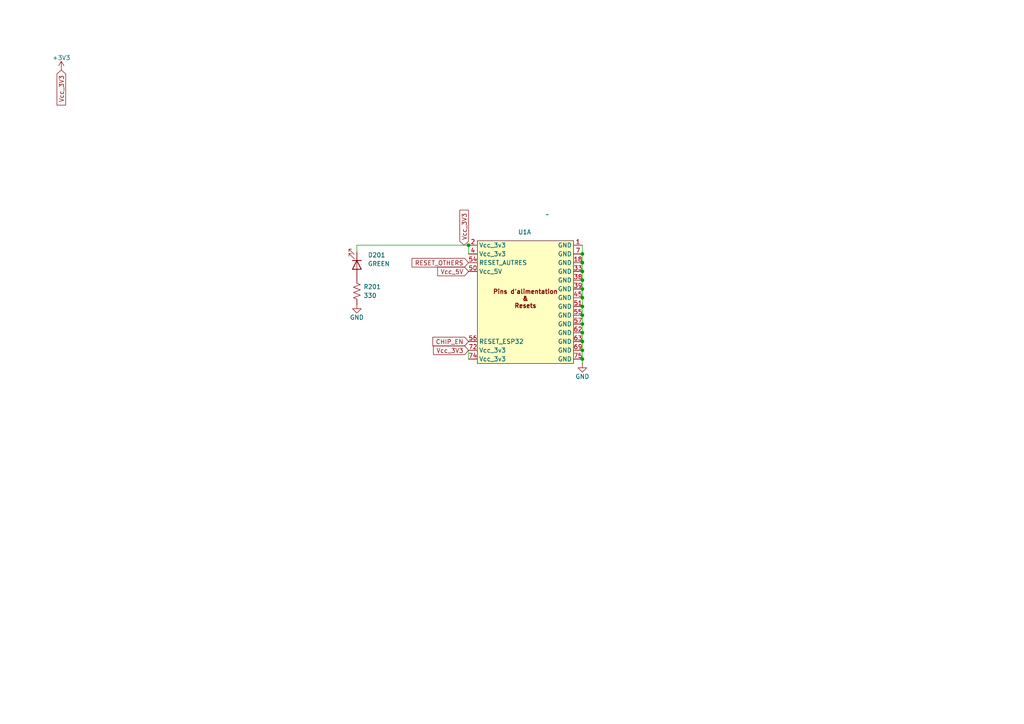
<source format=kicad_sch>
(kicad_sch (version 20231120) (generator "eeschema") (generator_version "8.0")
  (paper "A4")
  (lib_symbols
    (symbol "Device:LED" (pin_numbers hide) (pin_names (offset 1.016) hide)
      (property "Reference" "D" (at 0 2.54 0))
      (property "Value" "LED" (at 0 -2.54 0))
      (symbol "LED_0_1"
        (polyline (pts (xy -1.27 -1.27) (xy -1.27 1.27)) (stroke (width 0.254)))
        (polyline (pts (xy -1.27 0) (xy 1.27 0)))
        (polyline (pts (xy 1.27 -1.27) (xy 1.27 1.27) (xy -1.27 0) (xy 1.27 -1.27)) (stroke (width 0.254)))
        (polyline (pts (xy -3.048 -0.762) (xy -4.572 -2.286) (xy -3.81 -2.286) (xy -4.572 -2.286) (xy -4.572 -1.524)))
        (polyline (pts (xy -1.778 -0.762) (xy -3.302 -2.286) (xy -2.54 -2.286) (xy -3.302 -2.286) (xy -3.302 -1.524)))
      )
      (symbol "LED_1_1"
        (pin passive line (at -3.81 0 0) (length 2.54) (name "K") (number "1"))
        (pin passive line (at 3.81 0 180) (length 2.54) (name "A") (number "2"))
      )
    )
    (symbol "Device:R_US" (pin_numbers hide) (pin_names (offset 0))
      (property "Reference" "R" (at 2.54 0 90))
      (property "Value" "R_US" (at -2.54 0 90))
      (symbol "R_US_0_1"
        (polyline (pts (xy 0 -2.286) (xy 0 -2.54)))
        (polyline (pts (xy 0 2.286) (xy 0 2.54)))
        (polyline (pts (xy 0 -0.762) (xy 1.016 -1.143) (xy 0 -1.524) (xy -1.016 -1.905) (xy 0 -2.286)))
        (polyline (pts (xy 0 0.762) (xy 1.016 0.381) (xy 0 0) (xy -1.016 -0.381) (xy 0 -0.762)))
        (polyline (pts (xy 0 2.286) (xy 1.016 1.905) (xy 0 1.524) (xy -1.016 1.143) (xy 0 0.762)))
      )
      (symbol "R_US_1_1"
        (pin passive line (at 0 3.81 270) (length 1.27) (name "~") (number "1"))
        (pin passive line (at 0 -3.81 90) (length 1.27) (name "~") (number "2"))
      )
    )
    (symbol "connecteur_m2_key_E:connecteur_SOM_ESP32_V2"
      (property "Reference" "U1" (at 6.35 7.62 0))
      (property "Value" "~" (at 6.35 7.62 0))
      (symbol "connecteur_SOM_ESP32_V2_1_1"
        (rectangle (start -13.97 0) (end 13.97 -35.56) (stroke (width 0) (color 72 0 0 1)) (fill (type background)))
        (text "Pins d'alimentation\n&\nResets" (at 0 -16.764 0) (effects (font (size 1.27 1.27) (bold yes))))
        (pin power_in line (at 16.51 -1.27 180) (length 2.54) (name "GND") (number "1"))
        (pin power_in line (at 16.51 -6.35 180) (length 2.54) (name "GND") (number "18"))
        (pin power_in line (at -16.51 -1.27 0) (length 2.54) (name "Vcc_3v3") (number "2"))
        (pin power_in line (at 16.51 -8.89 180) (length 2.54) (name "GND") (number "33"))
        (pin power_in line (at 16.51 -11.43 180) (length 2.54) (name "GND") (number "38"))
        (pin power_in line (at 16.51 -13.97 180) (length 2.54) (name "GND") (number "39"))
        (pin power_in line (at -16.51 -3.81 0) (length 2.54) (name "Vcc_3v3") (number "4"))
        (pin power_in line (at 16.51 -16.51 180) (length 2.54) (name "GND") (number "45"))
        (pin power_in line (at -16.51 -8.89 0) (length 2.54) (name "Vcc_5V") (number "50"))
        (pin power_in line (at 16.51 -19.05 180) (length 2.54) (name "GND") (number "51"))
        (pin bidirectional line (at -16.51 -6.35 0) (length 2.54) (name "RESET_AUTRES") (number "54"))
        (pin power_in line (at 16.51 -21.59 180) (length 2.54) (name "GND") (number "55"))
        (pin bidirectional line (at -16.51 -29.21 0) (length 2.54) (name "RESET_ESP32") (number "56"))
        (pin power_in line (at 16.51 -24.13 180) (length 2.54) (name "GND") (number "57"))
        (pin power_in line (at 16.51 -26.67 180) (length 2.54) (name "GND") (number "62"))
        (pin power_in line (at 16.51 -29.21 180) (length 2.54) (name "GND") (number "63"))
        (pin power_in line (at 16.51 -31.75 180) (length 2.54) (name "GND") (number "69"))
        (pin power_in line (at 16.51 -3.81 180) (length 2.54) (name "GND") (number "7"))
        (pin power_in line (at -16.51 -31.75 0) (length 2.54) (name "Vcc_3v3") (number "72"))
        (pin power_in line (at -16.51 -34.29 0) (length 2.54) (name "Vcc_3v3") (number "74"))
        (pin power_in line (at 16.51 -34.29 180) (length 2.54) (name "GND") (number "75"))
      )
      (symbol "connecteur_SOM_ESP32_V2_2_1"
        (rectangle (start -17.78 0) (end 16.51 -24.13) (stroke (width 0) (color 0 0 72 1)) (fill (type background)))
        (text "I2C" (at -0.254 -11.684 0) (effects (font (size 1.27 1.27))))
        (pin bidirectional line (at 19.05 -3.81 180) (length 2.54) (name "I2C_SCL_1_TCA") (number "11"))
        (pin bidirectional line (at 19.05 -7.62 180) (length 2.54) (name "I2C_SDA_2_TCA") (number "13"))
        (pin bidirectional line (at 19.05 -13.97 180) (length 2.54) (name "I2C_SDA_3_TCA") (number "14"))
        (pin bidirectional line (at 19.05 -10.16 180) (length 2.54) (name "I2C_SCL_2_TCA") (number "15"))
        (pin bidirectional line (at 19.05 -16.51 180) (length 2.54) (name "I2C_SCL_3_TCA") (number "16"))
        (pin bidirectional line (at 19.05 -20.32 180) (length 2.54) (name "I2C_SDA_4_TCA") (number "17"))
        (pin bidirectional line (at 19.05 -22.86 180) (length 2.54) (name "I2C_SCL_4_TCA") (number "19"))
        (pin bidirectional line (at -20.32 -10.16 0) (length 2.54) (name "I2C_SDA_ESP32") (number "58"))
        (pin bidirectional line (at -20.32 -12.7 0) (length 2.54) (name "I2C_SCL_ESP32") (number "60"))
        (pin bidirectional line (at 19.05 -1.27 180) (length 2.54) (name "I2C_SDA_1_TCA") (number "9"))
      )
      (symbol "connecteur_SOM_ESP32_V2_3_1"
        (rectangle (start -2.54 6.35) (end 15.24 -7.62) (stroke (width 0) (color 0 0 72 1)) (fill (type background)))
        (text "SPI" (at 0 0 0) (effects (font (size 1.27 1.27) (bold yes))))
        (pin bidirectional line (at 17.78 5.08 180) (length 2.54) (name "CS_1") (number "20"))
        (pin bidirectional line (at 17.78 2.54 180) (length 2.54) (name "CS_2") (number "21"))
        (pin bidirectional line (at 17.78 -1.27 180) (length 2.54) (name "SPI_CLK") (number "23"))
        (pin bidirectional line (at 17.78 -3.81 180) (length 2.54) (name "SPI_MOSI") (number "35"))
        (pin bidirectional line (at 17.78 -6.35 180) (length 2.54) (name "SPI_MISO") (number "37"))
      )
      (symbol "connecteur_SOM_ESP32_V2_4_1"
        (rectangle (start -12.7 2.54) (end 11.43 -2.54) (stroke (width 0) (color 0 0 72 1)) (fill (type background)))
        (text "Canbus" (at -8.636 0.254 0) (effects (font (size 1.27 1.27) (bold yes))))
        (pin bidirectional line (at 13.97 1.27 180) (length 2.54) (name "CAN_H_MCP2515") (number "71"))
        (pin bidirectional line (at 13.97 -1.27 180) (length 2.54) (name "CAN_L_MCP2515") (number "73"))
      )
      (symbol "connecteur_SOM_ESP32_V2_5_1"
        (rectangle (start -11.43 2.54) (end 3.81 -2.54) (stroke (width 0) (color 0 0 72 1)) (fill (type background)))
        (text "UART" (at -7.874 0.254 0) (effects (font (size 1.27 1.27) (bold yes))))
        (pin bidirectional line (at 6.35 1.27 180) (length 2.54) (name "UART_TX") (number "22"))
        (pin bidirectional line (at 6.35 -1.27 180) (length 2.54) (name "UART_RX") (number "32"))
      )
      (symbol "connecteur_SOM_ESP32_V2_6_1"
        (rectangle (start -13.97 2.54) (end 8.89 -2.54) (stroke (width 0) (color 0 0 72 1)) (fill (type background)))
        (text "USB" (at -11.176 0.254 0) (effects (font (size 1.27 1.27) (bold yes))))
        (pin bidirectional line (at 11.43 -1.27 180) (length 2.54) (name "USB_D+_FT231") (number "3"))
        (pin bidirectional line (at 11.43 1.27 180) (length 2.54) (name "USB_D-_FT231") (number "5"))
      )
      (symbol "connecteur_SOM_ESP32_V2_7_1"
        (rectangle (start -13.97 2.54) (end 10.16 -2.54) (stroke (width 0) (color 0 0 72 1)) (fill (type background)))
        (text "DEBUG" (at -9.906 0.254 0) (effects (font (size 1.27 1.27) (bold yes))))
        (pin bidirectional line (at 12.7 1.27 180) (length 2.54) (name "USB_DEBUG_D-") (number "46"))
        (pin bidirectional line (at 12.7 -1.27 180) (length 2.54) (name "USB_DEBUG_D+") (number "48"))
      )
      (symbol "connecteur_SOM_ESP32_V2_8_1"
        (rectangle (start -15.24 3.81) (end 5.08 -3.81) (stroke (width 0) (color 0 0 72 1)) (fill (type background)))
        (text "I2S" (at -12.192 0 0) (effects (font (size 1.27 1.27) (bold yes))))
        (pin bidirectional line (at 7.62 0 180) (length 2.54) (name "I2S_WS") (number "10"))
        (pin bidirectional line (at 7.62 -2.54 180) (length 2.54) (name "I2S_DIN/DOUT") (number "12"))
        (pin bidirectional line (at 7.62 2.54 180) (length 2.54) (name "I2S_BCLK") (number "8"))
      )
      (symbol "connecteur_SOM_ESP32_V2_9_1"
        (rectangle (start -11.43 5.08) (end 13.97 -5.08) (stroke (width 0) (color 0 72 0 1)) (fill (type background)))
        (text "Sortie PWM\n" (at -5.588 0.254 0) (effects (font (size 1.27 1.27))))
        (pin output line (at 16.51 3.81 180) (length 2.54) (name "PWM_1_PCA") (number "64"))
        (pin output line (at 16.51 1.27 180) (length 2.54) (name "PWM_2_PCA") (number "66"))
        (pin output line (at 16.51 -1.27 180) (length 2.54) (name "PWM_3_PCA") (number "68"))
        (pin output line (at 16.51 -3.81 180) (length 2.54) (name "PWM_4_PCA") (number "70"))
      )
      (symbol "connecteur_SOM_ESP32_V2_10_1"
        (rectangle (start -13.97 3.81) (end 12.7 -8.89) (stroke (width 0) (color 0 72 0 1)) (fill (type background)))
        (text "ESP32\n" (at -0.762 -6.604 0) (effects (font (size 1.27 1.27))))
        (text "GPIO pins" (at -0.762 2.032 0) (effects (font (size 1.27 1.27))))
        (pin bidirectional line (at 15.24 -5.08 180) (length 2.54) (name "GPIO47") (number "34"))
        (pin bidirectional line (at 15.24 -7.62 180) (length 2.54) (name "GPIO48") (number "36"))
        (pin bidirectional line (at -16.51 2.54 0) (length 2.54) (name "GPIO15") (number "40"))
        (pin bidirectional line (at -16.51 0 0) (length 2.54) (name "GPIO16") (number "41"))
        (pin bidirectional line (at -16.51 -2.54 0) (length 2.54) (name "GPIO26") (number "42"))
        (pin bidirectional line (at -16.51 -5.08 0) (length 2.54) (name "GPIO33") (number "43"))
        (pin bidirectional line (at -16.51 -7.62 0) (length 2.54) (name "GPIO34") (number "44"))
        (pin bidirectional line (at 15.24 2.54 180) (length 2.54) (name "GPIO45") (number "52"))
        (pin bidirectional line (at 15.24 0 180) (length 2.54) (name "GPIO46") (number "53"))
        (pin bidirectional line (at 15.24 -2.54 180) (length 2.54) (name "GPIO38&LED") (number "6"))
      )
    )
    (symbol "power:+3V3" (power) (pin_numbers hide) (pin_names (offset 0) hide)
      (property "Value" "+3V3" (at 0 3.556 0))
      (symbol "+3V3_0_1"
        (polyline (pts (xy -0.762 1.27) (xy 0 2.54)))
        (polyline (pts (xy 0 0) (xy 0 2.54)))
        (polyline (pts (xy 0 2.54) (xy 0.762 1.27)))
      )
      (symbol "+3V3_1_1"
        (pin power_in line (at 0 0 90) (length 0) (name "~") (number "1"))
      )
    )
    (symbol "power:GND" (power) (pin_numbers hide) (pin_names (offset 0) hide)
      (property "Value" "GND" (at 0 -3.81 0))
      (symbol "GND_0_1"
        (polyline (pts (xy 0 0) (xy 0 -1.27) (xy 1.27 -1.27) (xy 0 -2.54) (xy -1.27 -1.27) (xy 0 -1.27)))
      )
      (symbol "GND_1_1"
        (pin power_in line (at 0 0 270) (length 0) (name "~") (number "1"))
      )
    )
  )
  (junction (at 168.91 91.44))
  (junction (at 168.91 76.2))
  (junction (at 168.91 104.14))
  (junction (at 168.91 86.36))
  (junction (at 168.91 73.66))
  (junction (at 168.91 99.06))
  (junction (at 135.89 71.12))
  (junction (at 168.91 93.98))
  (junction (at 168.91 83.82))
  (junction (at 168.91 101.6))
  (junction (at 168.91 81.28))
  (junction (at 168.91 96.52))
  (junction (at 168.91 78.74))
  (junction (at 168.91 88.9))
  (wire (pts (xy 168.91 81.28) (xy 168.91 83.82)))
  (wire (pts (xy 168.91 76.2) (xy 168.91 78.74)))
  (wire (pts (xy 168.91 96.52) (xy 168.91 99.06)))
  (wire (pts (xy 168.91 104.14) (xy 168.91 105.41)))
  (wire (pts (xy 103.505 73.025) (xy 103.505 71.12)))
  (wire (pts (xy 168.91 101.6) (xy 168.91 104.14)))
  (wire (pts (xy 168.91 83.82) (xy 168.91 86.36)))
  (wire (pts (xy 103.505 71.12) (xy 135.89 71.12)))
  (wire (pts (xy 168.91 86.36) (xy 168.91 88.9)))
  (wire (pts (xy 168.91 71.12) (xy 168.91 73.66)))
  (wire (pts (xy 168.91 99.06) (xy 168.91 101.6)))
  (wire (pts (xy 168.91 93.98) (xy 168.91 96.52)))
  (wire (pts (xy 168.91 91.44) (xy 168.91 93.98)))
  (wire (pts (xy 168.91 78.74) (xy 168.91 81.28)))
  (wire (pts (xy 135.89 71.12) (xy 135.89 73.66)))
  (wire (pts (xy 168.91 73.66) (xy 168.91 76.2)))
  (wire (pts (xy 168.91 88.9) (xy 168.91 91.44)))
  (wire (pts (xy 135.89 101.6) (xy 135.89 104.14)))
  (global_label "Vcc_3V3" (shape input) (at 134.62 71.12 90) (property "Intersheetrefs" "${INTERSHEET_REFS}" (effects (hide yes))))
  (global_label "Vcc_5V" (shape input) (at 135.89 78.74 180) (property "Intersheetrefs" "${INTERSHEET_REFS}" (effects (hide yes))))
  (global_label "CHIP_EN" (shape input) (at 135.89 99.06 180) (property "Intersheetrefs" "${INTERSHEET_REFS}" (effects (hide yes))))
  (global_label "RESET_OTHERS" (shape input) (at 135.89 76.2 180) (property "Intersheetrefs" "${INTERSHEET_REFS}" (effects (hide yes))))
  (global_label "Vcc_3V3" (shape input) (at 17.78 20.32 270) (property "Intersheetrefs" "${INTERSHEET_REFS}" (effects (hide yes))))
  (global_label "Vcc_3V3" (shape input) (at 135.89 101.6 180) (property "Intersheetrefs" "${INTERSHEET_REFS}" (effects (hide yes))))
  (symbol (lib_id "power:+3V3") (at 17.78 20.32 0) (unit 1)
    (property "Reference" "#PWR0201" (effects (hide yes)))
    (property "Value" "+3V3" (at 17.78 16.764 0))
    (property "Description" "Power symbol creates a global label with name \"+3V3\"" (effects (hide yes)))
  )
  (symbol (lib_id "connecteur_m2_key_E:connecteur_SOM_ESP32_V2") (at 152.4 69.85 0) (unit 1)
    (property "Reference" "U1" (at 152.146 67.31 0))
    (property "Value" "~" (at 158.75 62.23 0))
    (property "Footprint" "connecteur_M2_key_E:NGFF_E" (effects (hide yes)))
    (instances (project "SoM_V2" (path "" (reference "U1") (unit 1)) (path "" (reference "U201") (unit 1))))
  )
  (symbol (lib_id "power:GND") (at 103.505 88.265 0) (unit 1)
    (property "Reference" "#PWR0202" (effects (hide yes)))
    (property "Value" "GND" (at 103.505 92.075 0))
    (property "Description" "Power symbol creates a global label with name \"GND\" , ground" (effects (hide yes)))
  )
  (symbol (lib_id "Device:LED") (at 103.505 76.835 270) (unit 1)
    (property "Reference" "D201" (at 106.68 73.9774 90) (effects (justify left)))
    (property "Value" "GREEN" (at 106.68 76.5174 90) (effects (justify left)))
    (property "Footprint" "LED_SMD:LED_0805_2012Metric" (effects (hide yes)))
    (property "Description" "Light emitting diode" (effects (hide yes)))
  )
  (symbol (lib_id "Device:R_US") (at 103.505 84.455 0) (unit 1)
    (property "Reference" "R201" (at 105.41 83.1849 0) (effects (justify left)))
    (property "Value" "330" (at 105.41 85.7249 0) (effects (justify left)))
    (property "Footprint" "Resistor_SMD:R_0805_2012Metric" (effects (hide yes)))
    (property "Description" "Resistor, US symbol" (effects (hide yes)))
  )
  (symbol (lib_id "power:GND") (at 168.91 105.41 0) (unit 1)
    (property "Reference" "#PWR0203" (effects (hide yes)))
    (property "Value" "GND" (at 168.91 109.22 0))
    (property "Description" "Power symbol creates a global label with name \"GND\" , ground" (effects (hide yes)))
  )
)
</source>
